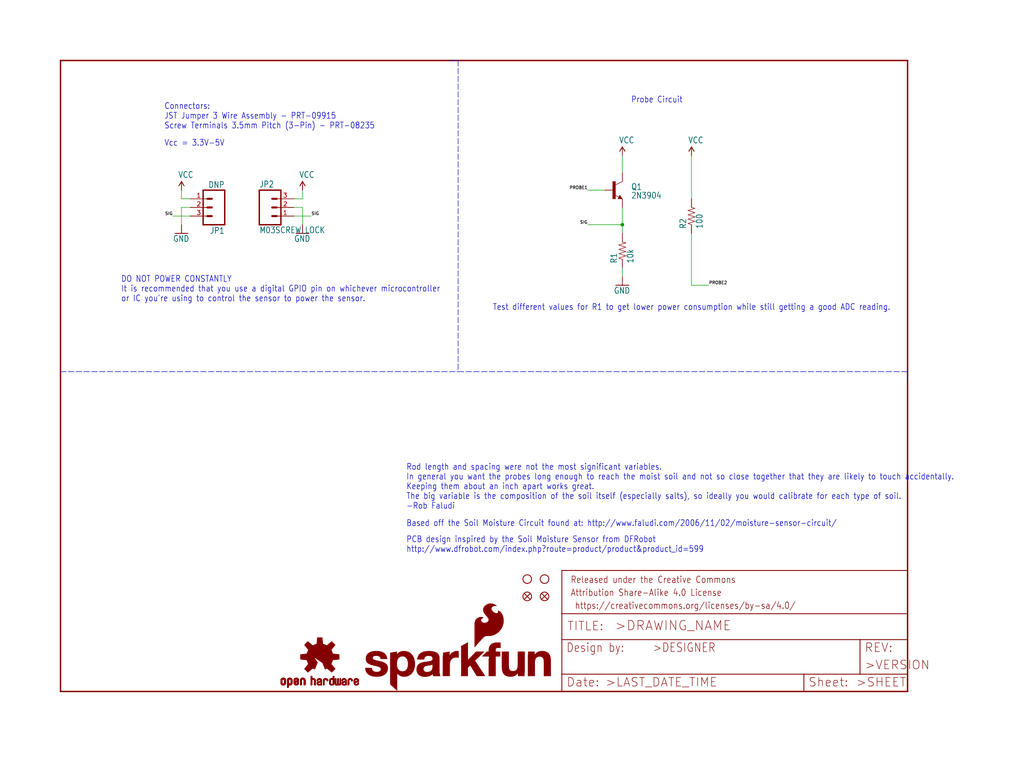
<source format=kicad_sch>
(kicad_sch (version 20211123) (generator eeschema)
  (paper "User" 300.939 223.926)
  (lib_symbols
    (symbol "eagleSchem-eagle-import:100OHM-1{slash}4W-5%(0603)"
      (property "Reference" "R" (at -3.81 1.4986 0))
      (property "Value" "100OHM-1{slash}4W-5%(0603)" (at -3.81 -3.302 0))
      (symbol "100OHM-1{slash}4W-5%(0603)_1_0"
        (pin passive line (at -5.08 0 0) (length 2.54) (name "1") (number "1"))
        (pin passive line (at 5.08 0 180) (length 2.54) (name "2") (number "2"))
      )
    )
    (symbol "eagleSchem-eagle-import:FIDUCIAL1X2")
    (symbol "eagleSchem-eagle-import:FRAME-LETTER"
      (symbol "FRAME-LETTER_2_0"
        (text " https://creativecommons.org/licenses/by-sa/4.0/" (at 2.54 24.13 0) (effects (font (size 1.9304 1.6408)) (justify left bottom)))
        (text ">DESIGNER" (at 26.67 11.43 0) (effects (font (size 2.54 2.159)) (justify left bottom)))
        (text ">DRAWING_NAME" (at 15.494 17.78 0) (effects (font (size 2.7432 2.7432)) (justify left bottom)))
        (text ">LAST_DATE_TIME" (at 12.7 1.27 0) (effects (font (size 2.54 2.54)) (justify left bottom)))
        (text ">SHEET" (at 86.36 1.27 0) (effects (font (size 2.54 2.54)) (justify left bottom)))
        (text ">VERSION" (at 88.9 6.35 0) (effects (font (size 2.54 2.54)) (justify left bottom)))
        (text "Attribution Share-Alike 4.0 License" (at 2.54 27.94 0) (effects (font (size 1.9304 1.6408)) (justify left bottom)))
        (text "Date:" (at 1.27 1.27 0) (effects (font (size 2.54 2.54)) (justify left bottom)))
        (text "Design by:" (at 1.27 11.43 0) (effects (font (size 2.54 2.159)) (justify left bottom)))
        (text "Released under the Creative Commons" (at 2.54 31.75 0) (effects (font (size 1.9304 1.6408)) (justify left bottom)))
        (text "REV:" (at 88.9 11.43 0) (effects (font (size 2.54 2.54)) (justify left bottom)))
        (text "Sheet:" (at 72.39 1.27 0) (effects (font (size 2.54 2.54)) (justify left bottom)))
        (text "TITLE:" (at 1.524 17.78 0) (effects (font (size 2.54 2.54)) (justify left bottom)))
      )
    )
    (symbol "eagleSchem-eagle-import:GND" (power)
      (property "Value" "GND" (at -2.54 -2.54 0))
      (symbol "GND_1_0"
        (pin power_in line (at 0 2.54 270) (length 2.54) (name "GND") (number "1"))
      )
    )
    (symbol "eagleSchem-eagle-import:M03POLAR"
      (property "Reference" "JP" (at -2.54 5.842 0))
      (property "Value" "M03POLAR" (at -2.54 -7.62 0))
      (symbol "M03POLAR_1_0"
        (pin passive line (at 7.62 -2.54 180) (length 5.08) (name "1") (number "1"))
        (pin passive line (at 7.62 0 180) (length 5.08) (name "2") (number "2"))
        (pin passive line (at 7.62 2.54 180) (length 5.08) (name "3") (number "3"))
      )
    )
    (symbol "eagleSchem-eagle-import:M03SCREW_LOCK"
      (property "Reference" "JP" (at -2.54 5.842 0))
      (property "Value" "M03SCREW_LOCK" (at -2.54 -7.62 0))
      (symbol "M03SCREW_LOCK_1_0"
        (pin passive line (at 7.62 -2.54 180) (length 5.08) (name "1") (number "1"))
        (pin passive line (at 7.62 0 180) (length 5.08) (name "2") (number "2"))
        (pin passive line (at 7.62 2.54 180) (length 5.08) (name "3") (number "3"))
      )
    )
    (symbol "eagleSchem-eagle-import:OSHW-LOGOS")
    (symbol "eagleSchem-eagle-import:SFE_LOGO_NAME_FLAME.1_INCH")
    (symbol "eagleSchem-eagle-import:STAND-OFF")
    (symbol "eagleSchem-eagle-import:TRANSISTOR_NPNMMBT2222A"
      (property "Reference" "Q" (at 5.08 0 0))
      (property "Value" "TRANSISTOR_NPNMMBT2222A" (at 5.08 -2.54 0))
      (symbol "TRANSISTOR_NPNMMBT2222A_1_0"
        (pin passive line (at -2.54 0 0) (length 2.54) (name "B") (number "1"))
        (pin passive line (at 2.54 -5.08 90) (length 2.54) (name "E") (number "2"))
        (pin passive line (at 2.54 5.08 270) (length 2.54) (name "C") (number "3"))
      )
    )
    (symbol "eagleSchem-eagle-import:VCC" (power)
      (property "Value" "VCC" (at -1.016 3.556 0))
      (symbol "VCC_1_0"
        (pin power_in line (at 0 0 90) (length 2.54) (name "VCC") (number "1"))
      )
    )
  )
  (junction (at 182.88 66.04))
  (wire (pts (xy 203.2 58.42) (xy 203.2 45.72)))
  (wire (pts (xy 182.88 45.72) (xy 182.88 50.8)))
  (polyline (pts (xy 132.08 17.78) (xy 134.62 17.78)))
  (polyline (pts (xy 134.62 17.78) (xy 134.62 109.22)))
  (wire (pts (xy 88.9 58.42) (xy 88.9 55.88)))
  (wire (pts (xy 53.34 60.96) (xy 53.34 66.04)))
  (wire (pts (xy 203.2 68.58) (xy 203.2 83.82)))
  (polyline (pts (xy 17.78 109.22) (xy 134.62 109.22)))
  (wire (pts (xy 177.8 55.88) (xy 172.72 55.88)))
  (wire (pts (xy 182.88 68.58) (xy 182.88 66.04)))
  (wire (pts (xy 86.36 63.5) (xy 91.44 63.5)))
  (polyline (pts (xy 266.7 109.22) (xy 266.7 111.76)))
  (wire (pts (xy 53.34 58.42) (xy 53.34 55.88)))
  (wire (pts (xy 55.88 63.5) (xy 50.8 63.5)))
  (wire (pts (xy 182.88 81.28) (xy 182.88 78.74)))
  (polyline (pts (xy 134.62 109.22) (xy 266.7 109.22)))
  (wire (pts (xy 182.88 66.04) (xy 182.88 60.96)))
  (wire (pts (xy 88.9 66.04) (xy 88.9 60.96)))
  (wire (pts (xy 203.2 83.82) (xy 208.28 83.82)))
  (wire (pts (xy 55.88 60.96) (xy 53.34 60.96)))
  (wire (pts (xy 182.88 66.04) (xy 172.72 66.04)))
  (wire (pts (xy 86.36 58.42) (xy 88.9 58.42)))
  (wire (pts (xy 88.9 60.96) (xy 86.36 60.96)))
  (wire (pts (xy 55.88 58.42) (xy 53.34 58.42)))
  (text "Rod length and spacing were not the most significant variables.\nIn general you want the probes long enough to reach the moist soil and not so close together that they are likely to touch accidentally.\nKeeping them about an inch apart works great.\nThe big variable is the composition of the soil itself (especially salts), so ideally you would calibrate for each type of soil.\n-Rob Faludi" (at 119.38 149.86 0) (effects (font (size 1.778 1.5113)) (justify left bottom)))
  (text "Vcc = 3.3V-5V" (at 48.26 43.18 180) (effects (font (size 1.778 1.5113)) (justify left bottom)))
  (text "Test different values for R1 to get lower power consumption while still getting a good ADC reading." (at 144.78 91.44 0) (effects (font (size 1.778 1.5113)) (justify left bottom)))
  (text "Based off the Soil Moisture Circuit found at: http://www.faludi.com/2006/11/02/moisture-sensor-circuit/" (at 119.38 154.94 0) (effects (font (size 1.778 1.5113)) (justify left bottom)))
  (text "Connectors:\nJST Jumper 3 Wire Assembly - PRT-09915\nScrew Terminals 3.5mm Pitch (3-Pin) - PRT-08235" (at 48.26 38.1 0) (effects (font (size 1.778 1.5113)) (justify left bottom)))
  (text "DO NOT POWER CONSTANTLY\nIt is recommended that you use a digital GPIO pin on whichever microcontroller\nor IC you're using to control the sensor to power the sensor." (at 35.56 88.9 0) (effects (font (size 1.778 1.5113)) (justify left bottom)))
  (text "PCB design inspired by the Soil Moisture Sensor from DFRobot\nhttp://www.dfrobot.com/index.php?route=product/product&product_id=599" (at 119.38 162.56 0) (effects (font (size 1.778 1.5113)) (justify left bottom)))
  (text "Probe Circuit" (at 185.42 30.48 180) (effects (font (size 1.778 1.5113)) (justify left bottom)))
  (label "SIG" (at 172.72 66.04 180) (effects (font (size 0.889 0.889))))
  (label "SIG" (at 50.8 63.5 180) (effects (font (size 0.889 0.889))))
  (label "SIG" (at 91.44 63.5 0) (effects (font (size 0.889 0.889))))
  (label "PROBE2" (at 208.28 83.82 0) (effects (font (size 0.889 0.889))))
  (label "PROBE1" (at 172.72 55.88 180) (effects (font (size 0.889 0.889))))
  (symbol (lib_id "eagleSchem-eagle-import:VCC") (at 88.9 55.88 0) (unit 1)
    (property "Reference" "#SUPPLY3" (effects hide))
    (property "Value" "VCC" (at 87.884 52.324 0) (effects (font (size 1.778 1.5113)) (justify left bottom)))
    (property "Footprint" "eagleSchem:" (effects hide))
  )
  (symbol (lib_id "eagleSchem-eagle-import:STAND-OFF") (at 154.94 170.18 0) (unit 1)
    (property "Reference" "STANDOFF1" (effects hide))
    (property "Value" "STAND-OFF" (effects hide))
    (property "Footprint" "eagleSchem:STAND-OFF" (effects hide))
  )
  (symbol (lib_id "eagleSchem-eagle-import:GND") (at 182.88 83.82 0) (unit 1)
    (property "Reference" "#GND1" (effects hide))
    (property "Value" "GND" (at 180.34 86.36 0) (effects (font (size 1.778 1.5113)) (justify left bottom)))
    (property "Footprint" "eagleSchem:" (effects hide))
  )
  (symbol (lib_id "eagleSchem-eagle-import:VCC") (at 182.88 45.72 0) (unit 1)
    (property "Reference" "#SUPPLY1" (effects hide))
    (property "Value" "VCC" (at 181.864 42.164 0) (effects (font (size 1.778 1.5113)) (justify left bottom)))
    (property "Footprint" "eagleSchem:" (effects hide))
  )
  (symbol (lib_id "eagleSchem-eagle-import:GND") (at 53.34 68.58 0) (unit 1)
    (property "Reference" "#GND3" (effects hide))
    (property "Value" "GND" (at 50.8 71.12 0) (effects (font (size 1.778 1.5113)) (justify left bottom)))
    (property "Footprint" "eagleSchem:" (effects hide))
  )
  (symbol (lib_id "eagleSchem-eagle-import:OSHW-LOGOS") (at 93.98 193.04 0) (unit 1)
    (property "Reference" "LOGO2" (effects hide))
    (property "Value" "OSHW-LOGOS" (effects hide))
    (property "Footprint" "eagleSchem:OSHW-LOGO-S" (effects hide))
  )
  (symbol (lib_id "eagleSchem-eagle-import:VCC") (at 53.34 55.88 0) (unit 1)
    (property "Reference" "#SUPPLY4" (effects hide))
    (property "Value" "VCC" (at 52.324 52.324 0) (effects (font (size 1.778 1.5113)) (justify left bottom)))
    (property "Footprint" "eagleSchem:" (effects hide))
  )
  (symbol (lib_id "eagleSchem-eagle-import:100OHM-1{slash}4W-5%(0603)") (at 203.2 63.5 90) (unit 1)
    (property "Reference" "R2" (at 201.7014 67.31 0) (effects (font (size 1.778 1.5113)) (justify left bottom)))
    (property "Value" "100" (at 206.502 67.31 0) (effects (font (size 1.778 1.5113)) (justify left bottom)))
    (property "Footprint" "eagleSchem:0603-RES" (effects hide))
  )
  (symbol (lib_id "eagleSchem-eagle-import:GND") (at 88.9 68.58 0) (unit 1)
    (property "Reference" "#GND2" (effects hide))
    (property "Value" "GND" (at 86.36 71.12 0) (effects (font (size 1.778 1.5113)) (justify left bottom)))
    (property "Footprint" "eagleSchem:" (effects hide))
  )
  (symbol (lib_id "eagleSchem-eagle-import:FRAME-LETTER") (at 165.1 203.2 0) (unit 2)
    (property "Reference" "FRAME1" (effects hide))
    (property "Value" "FRAME-LETTER" (effects hide))
    (property "Footprint" "eagleSchem:CREATIVE_COMMONS" (effects hide))
    (property "Value" "FRAME-LETTER" (effects hide))
    (property "Value" "FRAME-LETTER" (effects hide))
  )
  (symbol (lib_id "eagleSchem-eagle-import:100OHM-1{slash}4W-5%(0603)") (at 182.88 73.66 90) (unit 1)
    (property "Reference" "R1" (at 181.3814 77.47 0) (effects (font (size 1.778 1.5113)) (justify left bottom)))
    (property "Value" "10k" (at 186.182 77.47 0) (effects (font (size 1.778 1.5113)) (justify left bottom)))
    (property "Footprint" "eagleSchem:0603-RES" (effects hide))
  )
  (symbol (lib_id "eagleSchem-eagle-import:TRANSISTOR_NPNMMBT2222A") (at 180.34 55.88 0) (unit 1)
    (property "Reference" "Q1" (at 185.42 55.88 0) (effects (font (size 1.778 1.5113)) (justify left bottom)))
    (property "Value" "2N3904" (at 185.42 58.42 0) (effects (font (size 1.778 1.5113)) (justify left bottom)))
    (property "Footprint" "eagleSchem:SOT23-3" (effects hide))
  )
  (symbol (lib_id "eagleSchem-eagle-import:VCC") (at 203.2 45.72 0) (unit 1)
    (property "Reference" "#SUPPLY2" (effects hide))
    (property "Value" "VCC" (at 202.184 42.164 0) (effects (font (size 1.778 1.5113)) (justify left bottom)))
    (property "Footprint" "eagleSchem:" (effects hide))
  )
  (symbol (lib_id "eagleSchem-eagle-import:FIDUCIAL1X2") (at 154.94 175.26 0) (unit 1)
    (property "Reference" "FID1" (effects hide))
    (property "Value" "FIDUCIAL1X2" (effects hide))
    (property "Footprint" "eagleSchem:FIDUCIAL-1X2" (effects hide))
  )
  (symbol (lib_id "eagleSchem-eagle-import:FIDUCIAL1X2") (at 160.02 175.26 0) (unit 1)
    (property "Reference" "FID2" (effects hide))
    (property "Value" "FIDUCIAL1X2" (effects hide))
    (property "Footprint" "eagleSchem:FIDUCIAL-1X2" (effects hide))
  )
  (symbol (lib_id "eagleSchem-eagle-import:SFE_LOGO_NAME_FLAME.1_INCH") (at 106.68 203.2 0) (unit 1)
    (property "Reference" "LOGO1" (effects hide))
    (property "Value" "SFE_LOGO_NAME_FLAME.1_INCH" (effects hide))
    (property "Footprint" "eagleSchem:SFE_LOGO_NAME_FLAME_.1" (effects hide))
  )
  (symbol (lib_id "eagleSchem-eagle-import:STAND-OFF") (at 160.02 170.18 0) (unit 1)
    (property "Reference" "STANDOFF2" (effects hide))
    (property "Value" "STAND-OFF" (effects hide))
    (property "Footprint" "eagleSchem:STAND-OFF" (effects hide))
  )
  (symbol (lib_id "eagleSchem-eagle-import:FRAME-LETTER") (at 17.78 203.2 0) (unit 1)
    (property "Reference" "FRAME1" (effects hide))
    (property "Value" "FRAME-LETTER" (effects hide))
    (property "Footprint" "eagleSchem:CREATIVE_COMMONS" (effects hide))
    (property "Value" "FRAME-LETTER" (effects hide))
    (property "Value" "FRAME-LETTER" (effects hide))
  )
  (symbol (lib_id "eagleSchem-eagle-import:M03POLAR") (at 63.5 60.96 180) (unit 1)
    (property "Reference" "JP1" (at 66.04 66.802 0) (effects (font (size 1.778 1.5113)) (justify left bottom)))
    (property "Value" "DNP" (at 66.04 53.34 0) (effects (font (size 1.778 1.5113)) (justify left bottom)))
    (property "Footprint" "eagleSchem:MOLEX-1X3" (effects hide))
  )
  (symbol (lib_id "eagleSchem-eagle-import:M03SCREW_LOCK") (at 78.74 60.96 0) (unit 1)
    (property "Reference" "JP2" (at 76.2 55.118 0) (effects (font (size 1.778 1.5113)) (justify left bottom)))
    (property "Value" "M03SCREW_LOCK" (at 76.2 68.58 0) (effects (font (size 1.778 1.5113)) (justify left bottom)))
    (property "Footprint" "eagleSchem:SCREWTERMINAL-3.5MM-3_LOCK.007S" (effects hide))
  )
)
</source>
